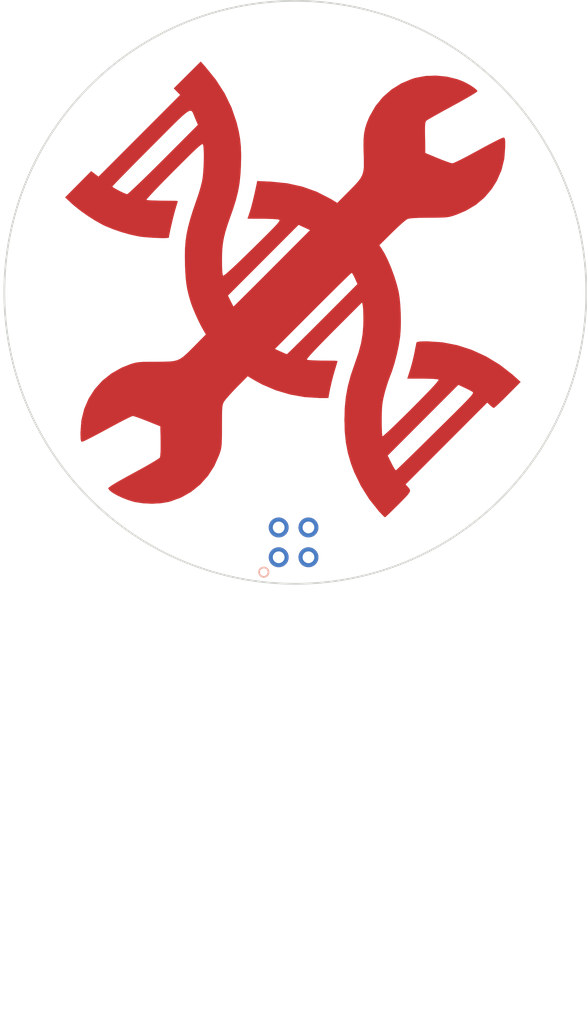
<source format=kicad_pcb>
(kicad_pcb (version 4) (host pcbnew 4.0.6+dfsg1-1)

  (general
    (links 0)
    (no_connects 0)
    (area 94.116316 137.286666 171.450001 210.500001)
    (thickness 1.6)
    (drawings 23)
    (tracks 0)
    (zones 0)
    (modules 3)
    (nets 5)
  )

  (page A4)
  (layers
    (0 F.Cu signal)
    (31 B.Cu signal)
    (32 B.Adhes user)
    (33 F.Adhes user)
    (34 B.Paste user)
    (35 F.Paste user)
    (36 B.SilkS user)
    (37 F.SilkS user)
    (38 B.Mask user)
    (39 F.Mask user)
    (40 Dwgs.User user hide)
    (41 Cmts.User user hide)
    (42 Eco1.User user hide)
    (43 Eco2.User user hide)
    (44 Edge.Cuts user)
    (45 Margin user hide)
    (46 B.CrtYd user hide)
    (47 F.CrtYd user hide)
    (48 B.Fab user hide)
    (49 F.Fab user hide)
  )

  (setup
    (last_trace_width 0.15)
    (user_trace_width 0.6)
    (user_trace_width 2)
    (user_trace_width 2.54)
    (trace_clearance 0.2)
    (zone_clearance 0.508)
    (zone_45_only no)
    (trace_min 0.15)
    (segment_width 0.2)
    (edge_width 0.15)
    (via_size 0.6)
    (via_drill 0.33)
    (via_min_size 0.4)
    (via_min_drill 0.3)
    (uvia_size 0.3)
    (uvia_drill 0.1)
    (uvias_allowed no)
    (uvia_min_size 0.2)
    (uvia_min_drill 0.1)
    (pcb_text_width 0.3)
    (pcb_text_size 1.5 1.5)
    (mod_edge_width 0.15)
    (mod_text_size 1 1)
    (mod_text_width 0.15)
    (pad_size 1.7 1.7)
    (pad_drill 1)
    (pad_to_mask_clearance 0.2)
    (aux_axis_origin 0 0)
    (visible_elements FFFCCE7F)
    (pcbplotparams
      (layerselection 0x010fc_80000001)
      (usegerberextensions true)
      (excludeedgelayer true)
      (linewidth 0.100000)
      (plotframeref false)
      (viasonmask false)
      (mode 1)
      (useauxorigin false)
      (hpglpennumber 1)
      (hpglpenspeed 20)
      (hpglpendiameter 15)
      (hpglpenoverlay 2)
      (psnegative false)
      (psa4output false)
      (plotreference true)
      (plotvalue true)
      (plotinvisibletext false)
      (padsonsilk false)
      (subtractmaskfromsilk false)
      (outputformat 1)
      (mirror false)
      (drillshape 0)
      (scaleselection 1)
      (outputdirectory output/))
  )

  (net 0 "")
  (net 1 +3V3)
  (net 2 GND)
  (net 3 SDA)
  (net 4 SCL)

  (net_class Default "This is the default net class."
    (clearance 0.2)
    (trace_width 0.15)
    (via_dia 0.6)
    (via_drill 0.33)
    (uvia_dia 0.3)
    (uvia_drill 0.1)
    (add_net +3V3)
    (add_net GND)
    (add_net SCL)
    (add_net SDA)
  )

  (module badgelife_dev_board:wrench-neg-mask (layer F.Cu) (tedit 0) (tstamp 5B655F48)
    (at 145.45 157.6)
    (fp_text reference G*** (at 0 0) (layer F.SilkS) hide
      (effects (font (thickness 0.3)))
    )
    (fp_text value LOGO (at 0.75 0) (layer F.SilkS) hide
      (effects (font (thickness 0.3)))
    )
    (fp_poly (pts (xy -6.042095 -19.685) (xy -5.132068 -18.562609) (xy -4.385085 -17.401601) (xy -3.798158 -16.196638)
      (xy -3.368301 -14.94238) (xy -3.34942 -14.872846) (xy -3.179694 -14.17359) (xy -3.064151 -13.522668)
      (xy -2.997382 -12.866647) (xy -2.973979 -12.152095) (xy -2.988534 -11.32558) (xy -2.98901 -11.312162)
      (xy -3.03451 -10.481413) (xy -3.114164 -9.741602) (xy -3.238335 -9.041243) (xy -3.417387 -8.328848)
      (xy -3.661685 -7.552933) (xy -3.857413 -6.998275) (xy -4.113 -6.272071) (xy -4.305575 -5.657866)
      (xy -4.443315 -5.114012) (xy -4.534394 -4.598863) (xy -4.586989 -4.070774) (xy -4.609275 -3.488099)
      (xy -4.611603 -3.156371) (xy -4.605167 -2.664255) (xy -4.587518 -2.269675) (xy -4.560269 -1.996055)
      (xy -4.525031 -1.866816) (xy -4.522686 -1.864152) (xy -4.449609 -1.88689) (xy -4.281504 -2.011125)
      (xy -4.014526 -2.240357) (xy -3.644833 -2.578085) (xy -3.168578 -3.027808) (xy -2.58192 -3.593027)
      (xy -1.998887 -4.161688) (xy -1.387091 -4.762173) (xy -0.887409 -5.255894) (xy -0.489982 -5.653542)
      (xy -0.184949 -5.965811) (xy 0.037549 -6.203391) (xy 0.187372 -6.376977) (xy 0.274381 -6.497259)
      (xy 0.308434 -6.574929) (xy 0.299393 -6.620681) (xy 0.281827 -6.634909) (xy 0.142368 -6.666795)
      (xy -0.134564 -6.693258) (xy -0.517143 -6.712341) (xy -0.973544 -6.722087) (xy -1.14986 -6.722934)
      (xy -2.42672 -6.72353) (xy -2.239821 -7.277598) (xy -2.117293 -7.683749) (xy -1.97639 -8.224156)
      (xy -1.825183 -8.865819) (xy -1.671742 -9.57574) (xy -1.640506 -9.727877) (xy -1.599228 -9.930755)
      (xy -0.439781 -9.878715) (xy 0.947852 -9.73956) (xy 2.257856 -9.450207) (xy 3.489814 -9.010779)
      (xy 4.643309 -8.421398) (xy 4.711075 -8.380625) (xy 5.231151 -8.064894) (xy 6.210556 -9.048947)
      (xy 6.644813 -9.489515) (xy 6.972778 -9.845767) (xy 7.208364 -10.152653) (xy 7.365483 -10.445123)
      (xy 7.45805 -10.758127) (xy 7.499977 -11.126614) (xy 7.505177 -11.585536) (xy 7.487563 -12.169842)
      (xy 7.484602 -12.249381) (xy 7.467504 -12.950189) (xy 7.478509 -13.522151) (xy 7.523791 -14.004326)
      (xy 7.609525 -14.435777) (xy 7.741884 -14.855563) (xy 7.927042 -15.302746) (xy 7.98833 -15.436347)
      (xy 8.485001 -16.306475) (xy 9.110113 -17.07249) (xy 9.850814 -17.723599) (xy 10.694249 -18.249012)
      (xy 11.627565 -18.637937) (xy 11.899482 -18.719863) (xy 12.75753 -18.880204) (xy 13.671656 -18.912384)
      (xy 14.591677 -18.820066) (xy 15.467412 -18.606914) (xy 15.94639 -18.424463) (xy 16.297322 -18.252516)
      (xy 16.630291 -18.06026) (xy 16.911866 -17.870347) (xy 17.108617 -17.70543) (xy 17.187111 -17.58816)
      (xy 17.187333 -17.583634) (xy 17.115635 -17.518134) (xy 16.913167 -17.384665) (xy 16.598873 -17.194381)
      (xy 16.191691 -16.958437) (xy 15.710564 -16.687989) (xy 15.174433 -16.39419) (xy 15.091833 -16.349548)
      (xy 14.540393 -16.050296) (xy 14.032523 -15.771361) (xy 13.588945 -15.524389) (xy 13.230383 -15.321024)
      (xy 12.977559 -15.172913) (xy 12.851195 -15.091699) (xy 12.846092 -15.087514) (xy 12.788795 -15.021023)
      (xy 12.749108 -14.92062) (xy 12.724661 -14.759255) (xy 12.713085 -14.509873) (xy 12.712011 -14.145423)
      (xy 12.719069 -13.638851) (xy 12.719092 -13.637519) (xy 12.742333 -12.319037) (xy 13.800666 -11.881185)
      (xy 14.207036 -11.718193) (xy 14.570944 -11.58168) (xy 14.85703 -11.484249) (xy 15.029934 -11.438504)
      (xy 15.047791 -11.436667) (xy 15.170045 -11.474628) (xy 15.41835 -11.585033) (xy 15.771263 -11.757144)
      (xy 16.207339 -11.980226) (xy 16.705133 -12.243542) (xy 17.232885 -12.530667) (xy 17.769056 -12.823019)
      (xy 18.263042 -13.086172) (xy 18.693697 -13.309352) (xy 19.039872 -13.481786) (xy 19.280419 -13.592702)
      (xy 19.393594 -13.631333) (xy 19.471611 -13.617495) (xy 19.520182 -13.554634) (xy 19.546177 -13.410729)
      (xy 19.556462 -13.15376) (xy 19.558 -12.86488) (xy 19.480281 -11.8393) (xy 19.245658 -10.875629)
      (xy 18.851926 -9.966919) (xy 18.418135 -9.270974) (xy 17.790617 -8.52855) (xy 17.051609 -7.907125)
      (xy 16.193677 -7.401249) (xy 15.431449 -7.081334) (xy 15.167901 -6.988977) (xy 14.947042 -6.920936)
      (xy 14.735733 -6.873406) (xy 14.500832 -6.842586) (xy 14.209199 -6.82467) (xy 13.827693 -6.815855)
      (xy 13.323174 -6.812339) (xy 13.081 -6.811567) (xy 12.384687 -6.803774) (xy 11.851299 -6.784631)
      (xy 11.474785 -6.753776) (xy 11.249092 -6.710847) (xy 11.22038 -6.700301) (xy 11.079102 -6.607013)
      (xy 10.84417 -6.414714) (xy 10.540447 -6.145339) (xy 10.192795 -5.82082) (xy 9.890592 -5.527183)
      (xy 8.812758 -4.460713) (xy 8.970541 -4.239127) (xy 9.250806 -3.783863) (xy 9.541372 -3.202926)
      (xy 9.825638 -2.537824) (xy 10.086999 -1.830068) (xy 10.308856 -1.121166) (xy 10.462862 -0.508)
      (xy 10.544139 -0.008885) (xy 10.604174 0.608062) (xy 10.641352 1.29248) (xy 10.654059 1.99401)
      (xy 10.640678 2.662292) (xy 10.599595 3.246964) (xy 10.586866 3.357867) (xy 10.473863 4.066948)
      (xy 10.310319 4.830105) (xy 10.111637 5.586995) (xy 9.893216 6.277274) (xy 9.736765 6.688667)
      (xy 9.597427 7.058649) (xy 9.445598 7.518988) (xy 9.305344 7.994698) (xy 9.247638 8.212667)
      (xy 9.157018 8.594331) (xy 9.094035 8.930132) (xy 9.053768 9.268013) (xy 9.031296 9.655914)
      (xy 9.021696 10.141779) (xy 9.020205 10.428117) (xy 9.023171 10.886866) (xy 9.033449 11.285592)
      (xy 9.049647 11.593711) (xy 9.070368 11.780635) (xy 9.083749 11.821311) (xy 9.156045 11.778084)
      (xy 9.334371 11.626698) (xy 9.605737 11.379439) (xy 9.957147 11.048595) (xy 10.375611 10.646451)
      (xy 10.848134 10.185293) (xy 11.361724 9.677409) (xy 11.558411 9.481256) (xy 12.237622 8.798643)
      (xy 12.796008 8.229238) (xy 13.236138 7.770283) (xy 13.560577 7.41902) (xy 13.771892 7.17269)
      (xy 13.872652 7.028534) (xy 13.879261 6.987395) (xy 13.76147 6.953529) (xy 13.497199 6.926821)
      (xy 13.109204 6.908707) (xy 12.620244 6.900623) (xy 12.499859 6.900333) (xy 11.207519 6.900333)
      (xy 11.440038 6.177287) (xy 11.572143 5.726849) (xy 11.703819 5.212903) (xy 11.808644 4.739271)
      (xy 11.81711 4.695621) (xy 11.884224 4.347622) (xy 11.94158 4.057901) (xy 11.980389 3.870529)
      (xy 11.989508 3.831167) (xy 12.061326 3.778894) (xy 12.255601 3.745304) (xy 12.589727 3.72837)
      (xy 12.897918 3.725333) (xy 14.187431 3.808934) (xy 15.466278 4.055608) (xy 16.719037 4.45916)
      (xy 17.930284 5.013398) (xy 19.084597 5.712127) (xy 20.166552 6.549154) (xy 20.362333 6.723005)
      (xy 20.870333 7.184034) (xy 19.770888 8.291017) (xy 19.417982 8.6421) (xy 19.103149 8.947299)
      (xy 18.846616 9.187648) (xy 18.668614 9.344182) (xy 18.590187 9.398) (xy 18.481779 9.344078)
      (xy 18.314394 9.21029) (xy 18.268811 9.167949) (xy 18.02869 8.937899) (xy 11.055732 15.910857)
      (xy 11.23027 16.104595) (xy 11.348379 16.24041) (xy 11.419669 16.356056) (xy 11.433119 16.472859)
      (xy 11.377706 16.612146) (xy 11.242408 16.795243) (xy 11.016204 17.043476) (xy 10.688071 17.378171)
      (xy 10.447102 17.619918) (xy 10.097122 17.967636) (xy 9.78741 18.269589) (xy 9.537903 18.506804)
      (xy 9.368538 18.660312) (xy 9.300151 18.711333) (xy 9.220767 18.652596) (xy 9.059631 18.496094)
      (xy 8.846619 18.271392) (xy 8.765393 18.182167) (xy 7.952393 17.16294) (xy 7.244923 16.036753)
      (xy 6.667237 14.845197) (xy 6.391125 14.110558) (xy 6.2023 13.458718) (xy 9.528577 13.458718)
      (xy 9.84669 14.101614) (xy 9.998513 14.389844) (xy 10.129173 14.604293) (xy 10.217503 14.711452)
      (xy 10.235524 14.717088) (xy 10.307435 14.654125) (xy 10.488613 14.48299) (xy 10.767894 14.214549)
      (xy 11.134114 13.859665) (xy 11.576106 13.429203) (xy 12.082707 12.934028) (xy 12.64275 12.385005)
      (xy 13.245072 11.792998) (xy 13.627826 11.416051) (xy 14.344136 10.709886) (xy 14.948616 10.112928)
      (xy 15.450084 9.615564) (xy 15.85736 9.208185) (xy 16.179263 8.881181) (xy 16.424614 8.62494)
      (xy 16.60223 8.429852) (xy 16.720932 8.286306) (xy 16.789539 8.184692) (xy 16.81687 8.1154)
      (xy 16.811744 8.068818) (xy 16.782981 8.035336) (xy 16.75087 8.012823) (xy 16.567638 7.908331)
      (xy 16.295286 7.769758) (xy 16.055339 7.65608) (xy 15.558345 7.42895) (xy 9.528577 13.458718)
      (xy 6.2023 13.458718) (xy 6.138061 13.236962) (xy 5.967365 12.356503) (xy 5.871445 11.418004)
      (xy 5.842662 10.414) (xy 5.871015 9.402284) (xy 5.962664 8.472096) (xy 6.127449 7.57078)
      (xy 6.37521 6.645681) (xy 6.715785 5.644142) (xy 6.752368 5.545667) (xy 7.052152 4.673106)
      (xy 7.261946 3.883364) (xy 7.392386 3.123067) (xy 7.454106 2.338842) (xy 7.462147 1.983282)
      (xy 7.460436 1.555132) (xy 7.449404 1.16329) (xy 7.430909 0.853403) (xy 7.409079 0.68073)
      (xy 7.347544 0.400561) (xy 4.94561 2.801386) (xy 4.278251 3.47252) (xy 3.719954 4.042688)
      (xy 3.273298 4.509129) (xy 2.940862 4.86908) (xy 2.725226 5.119779) (xy 2.628969 5.258466)
      (xy 2.626248 5.284782) (xy 2.737416 5.314457) (xy 2.987767 5.339185) (xy 3.347183 5.35713)
      (xy 3.785543 5.366451) (xy 3.979076 5.367353) (xy 4.421094 5.369463) (xy 4.796219 5.375277)
      (xy 5.075188 5.38402) (xy 5.228736 5.39492) (xy 5.249333 5.400943) (xy 5.22616 5.490936)
      (xy 5.163672 5.706784) (xy 5.07242 6.012517) (xy 4.999718 6.252099) (xy 4.868412 6.713071)
      (xy 4.738254 7.221591) (xy 4.631919 7.687652) (xy 4.607132 7.8105) (xy 4.46416 8.551333)
      (xy 3.719873 8.551333) (xy 2.456746 8.474326) (xy 1.195071 8.249533) (xy -0.030457 7.886295)
      (xy -1.185139 7.393953) (xy -1.778 7.07119) (xy -2.413 6.695238) (xy -3.352461 7.644608)
      (xy -3.690327 7.994451) (xy -3.996269 8.326794) (xy -4.244734 8.612725) (xy -4.410172 8.823326)
      (xy -4.453128 8.890156) (xy -4.507683 9.00578) (xy -4.54849 9.141269) (xy -4.577506 9.321716)
      (xy -4.596685 9.572219) (xy -4.607984 9.917873) (xy -4.613357 10.383774) (xy -4.614756 10.964333)
      (xy -4.615686 11.560313) (xy -4.620095 12.016833) (xy -4.630892 12.363766) (xy -4.650987 12.630983)
      (xy -4.68329 12.848357) (xy -4.73071 13.045761) (xy -4.796156 13.253067) (xy -4.853824 13.418854)
      (xy -5.268054 14.353393) (xy -5.812121 15.19365) (xy -6.472611 15.927278) (xy -7.236106 16.541927)
      (xy -8.08919 17.025249) (xy -9.018449 17.364896) (xy -9.188673 17.408829) (xy -9.843507 17.517037)
      (xy -10.576025 17.554764) (xy -11.317053 17.522935) (xy -11.997421 17.422477) (xy -12.219365 17.368256)
      (xy -12.687919 17.218317) (xy -13.144822 17.036638) (xy -13.562128 16.838261) (xy -13.911888 16.638229)
      (xy -14.166155 16.451586) (xy -14.296981 16.293375) (xy -14.308516 16.243754) (xy -14.242824 16.162297)
      (xy -14.04297 16.018442) (xy -13.704955 15.809786) (xy -13.224779 15.533923) (xy -12.598443 15.188451)
      (xy -12.149003 14.94578) (xy -11.592083 14.643118) (xy -11.082452 14.358786) (xy -10.639821 14.104369)
      (xy -10.283904 13.891451) (xy -10.034412 13.731618) (xy -9.911057 13.636454) (xy -9.903065 13.625849)
      (xy -9.870968 13.477516) (xy -9.848739 13.187934) (xy -9.837618 12.784966) (xy -9.838846 12.296476)
      (xy -9.84023 12.214489) (xy -9.863667 10.964333) (xy -10.964334 10.524116) (xy -11.375268 10.363621)
      (xy -11.739136 10.228678) (xy -12.022647 10.131112) (xy -12.192506 10.082749) (xy -12.215733 10.079616)
      (xy -12.327605 10.117875) (xy -12.566469 10.227926) (xy -12.911389 10.39915) (xy -13.34143 10.620928)
      (xy -13.835656 10.882643) (xy -14.373131 11.173676) (xy -14.377377 11.176) (xy -14.914855 11.467337)
      (xy -15.408918 11.729724) (xy -15.838688 11.952507) (xy -16.183288 12.125028) (xy -16.421841 12.236633)
      (xy -16.53347 12.276664) (xy -16.533812 12.276667) (xy -16.601029 12.25796) (xy -16.643928 12.181815)
      (xy -16.667753 12.018199) (xy -16.677751 11.737074) (xy -16.679334 11.443543) (xy -16.598742 10.438785)
      (xy -16.363022 9.487759) (xy -15.981254 8.602855) (xy -15.462518 7.796467) (xy -14.815895 7.080986)
      (xy -14.050466 6.468803) (xy -13.175312 5.97231) (xy -12.46011 5.685904) (xy -12.220283 5.608839)
      (xy -12.004567 5.552257) (xy -11.780221 5.512944) (xy -11.514503 5.487683) (xy -11.174671 5.473259)
      (xy -10.727984 5.466458) (xy -10.202334 5.464185) (xy -9.58786 5.461795) (xy -9.1087 5.448184)
      (xy -8.730859 5.409261) (xy -8.420341 5.330935) (xy -8.143152 5.199114) (xy -7.865295 4.999708)
      (xy -7.552777 4.718624) (xy -7.203165 4.372979) (xy -0.096496 4.372979) (xy 0.396252 4.597869)
      (xy 0.657011 4.714287) (xy 0.851157 4.796132) (xy 0.93178 4.824379) (xy 0.998222 4.766623)
      (xy 1.172656 4.600277) (xy 1.443555 4.336706) (xy 1.799388 3.987271) (xy 2.228628 3.563336)
      (xy 2.719747 3.076265) (xy 3.261216 2.53742) (xy 3.841505 1.958164) (xy 3.964228 1.835443)
      (xy 6.953895 -1.155115) (xy 6.741273 -1.635891) (xy 6.620055 -1.887002) (xy 6.516643 -2.06098)
      (xy 6.46008 -2.116667) (xy 6.388976 -2.058471) (xy 6.209589 -1.89117) (xy 5.933074 -1.625691)
      (xy 5.570588 -1.272962) (xy 5.133286 -0.843911) (xy 4.632324 -0.349465) (xy 4.078859 0.199448)
      (xy 3.484046 0.7919) (xy 3.147506 1.128156) (xy -0.096496 4.372979) (xy -7.203165 4.372979)
      (xy -7.171601 4.341774) (xy -6.946047 4.114447) (xy -5.97576 3.136675) (xy -6.168882 2.817171)
      (xy -6.392711 2.414437) (xy -6.63943 1.918442) (xy -6.882985 1.386491) (xy -7.097322 0.875892)
      (xy -7.256384 0.443951) (xy -7.276508 0.381) (xy -7.437852 -0.169679) (xy -7.438869 -0.17387)
      (xy -4.101501 -0.17387) (xy -3.872004 0.294065) (xy -3.748725 0.538617) (xy -3.656974 0.707963)
      (xy -3.620008 0.762) (xy -3.557685 0.703892) (xy -3.386687 0.536822) (xy -3.11797 0.271674)
      (xy -2.762488 -0.08067) (xy -2.331197 -0.509328) (xy -1.835051 -1.003418) (xy -1.285006 -1.552055)
      (xy -0.692016 -2.144359) (xy -0.341971 -2.494362) (xy 2.913567 -5.750724) (xy 2.420289 -5.976554)
      (xy 1.927012 -6.202383) (xy -4.101501 -0.17387) (xy -7.438869 -0.17387) (xy -7.557649 -0.663036)
      (xy -7.643234 -1.147135) (xy -7.701946 -1.670038) (xy -7.74112 -2.279809) (xy -7.761167 -2.794)
      (xy -7.774638 -3.520299) (xy -7.761388 -4.172267) (xy -7.715617 -4.781223) (xy -7.631526 -5.378484)
      (xy -7.503315 -5.995371) (xy -7.325185 -6.663199) (xy -7.091337 -7.413289) (xy -6.795972 -8.276959)
      (xy -6.691218 -8.572073) (xy -6.548889 -9.004885) (xy -6.412474 -9.477889) (xy -6.307657 -9.900924)
      (xy -6.293258 -9.969073) (xy -6.243586 -10.293561) (xy -6.204149 -10.706289) (xy -6.175659 -11.171605)
      (xy -6.158824 -11.653859) (xy -6.154356 -12.117402) (xy -6.162964 -12.526583) (xy -6.185359 -12.845751)
      (xy -6.22225 -13.039257) (xy -6.231687 -13.060202) (xy -6.268148 -13.080823) (xy -6.339583 -13.05624)
      (xy -6.456359 -12.977018) (xy -6.628842 -12.833724) (xy -6.867399 -12.616925) (xy -7.182396 -12.317185)
      (xy -7.584199 -11.925072) (xy -8.083175 -11.431151) (xy -8.68969 -10.825989) (xy -8.719219 -10.796449)
      (xy -9.24127 -10.271079) (xy -9.721229 -9.782113) (xy -10.146797 -9.34253) (xy -10.505675 -8.965309)
      (xy -10.785562 -8.663428) (xy -10.974158 -8.449868) (xy -11.059164 -8.337606) (xy -11.061928 -8.324372)
      (xy -10.959093 -8.302085) (xy -10.717686 -8.282817) (xy -10.368461 -8.268062) (xy -9.942171 -8.259319)
      (xy -9.689931 -8.257622) (xy -9.240992 -8.254885) (xy -8.85852 -8.249049) (xy -8.571357 -8.240835)
      (xy -8.408343 -8.230964) (xy -8.382031 -8.224911) (xy -8.404968 -8.135818) (xy -8.466173 -7.924169)
      (xy -8.554188 -7.629275) (xy -8.591769 -7.505244) (xy -8.668797 -7.23156) (xy -8.761178 -6.872706)
      (xy -8.859965 -6.467437) (xy -8.956211 -6.054511) (xy -9.040969 -5.672683) (xy -9.105293 -5.360711)
      (xy -9.140236 -5.157351) (xy -9.144001 -5.113013) (xy -9.222716 -5.087009) (xy -9.436373 -5.074555)
      (xy -9.751233 -5.074312) (xy -10.133559 -5.084945) (xy -10.549615 -5.105115) (xy -10.965663 -5.133485)
      (xy -11.347966 -5.168716) (xy -11.662788 -5.209472) (xy -11.690248 -5.213966) (xy -12.39477 -5.362854)
      (xy -13.154729 -5.575494) (xy -13.903592 -5.830505) (xy -14.574825 -6.106506) (xy -14.793046 -6.211105)
      (xy -15.391255 -6.54209) (xy -16.029769 -6.945994) (xy -16.652427 -7.384269) (xy -17.203069 -7.818367)
      (xy -17.44166 -8.029058) (xy -17.991667 -8.539853) (xy -17.072857 -9.463075) (xy -13.97 -9.463075)
      (xy -13.899837 -9.39554) (xy -13.718553 -9.282201) (xy -13.469958 -9.145595) (xy -13.197861 -9.00826)
      (xy -12.946071 -8.892732) (xy -12.758397 -8.821551) (xy -12.699547 -8.809498) (xy -12.61617 -8.866917)
      (xy -12.425648 -9.033215) (xy -12.139958 -9.296923) (xy -11.771077 -9.646572) (xy -11.330982 -10.070691)
      (xy -10.83165 -10.557811) (xy -10.285059 -11.096464) (xy -9.703184 -11.675179) (xy -9.615289 -11.763044)
      (xy -6.658484 -14.720754) (xy -6.88851 -15.255544) (xy -6.972149 -15.462351) (xy -7.041085 -15.63931)
      (xy -7.105614 -15.779804) (xy -7.176031 -15.877215) (xy -7.262633 -15.924926) (xy -7.375716 -15.916318)
      (xy -7.525576 -15.844774) (xy -7.722509 -15.703677) (xy -7.97681 -15.486408) (xy -8.298776 -15.18635)
      (xy -8.698702 -14.796886) (xy -9.186885 -14.311398) (xy -9.773621 -13.723268) (xy -10.469206 -13.025878)
      (xy -10.669934 -12.825067) (xy -11.286716 -12.207331) (xy -11.865997 -11.62501) (xy -12.396947 -11.08914)
      (xy -12.868734 -10.610755) (xy -13.270524 -10.20089) (xy -13.591486 -9.870582) (xy -13.820789 -9.630865)
      (xy -13.9476 -9.492775) (xy -13.97 -9.463075) (xy -17.072857 -9.463075) (xy -16.879171 -9.65769)
      (xy -15.766674 -10.775528) (xy -15.45477 -10.537626) (xy -15.142865 -10.299725) (xy -8.175089 -17.267501)
      (xy -8.446472 -17.547497) (xy -8.717854 -17.827493) (xy -6.422394 -20.108333) (xy -6.042095 -19.685)) (layer F.Mask) (width 0.01))
  )

  (module mrmeeseeks:Badgelife-Shitty-2x2 (layer B.Cu) (tedit 5B64DA9E) (tstamp 5AC7B485)
    (at 146.95 178.45)
    (descr "Through hole angled pin header, 2x02, 2.54mm pitch, 6mm pin length, double rows")
    (tags "Through hole angled pin header THT 2x02 2.54mm double row")
    (path /5AC7B4BF)
    (fp_text reference X1 (at 0 0) (layer B.Fab)
      (effects (font (size 1 1) (thickness 0.15)) (justify mirror))
    )
    (fp_text value Badgelife_shitty_connector (at 0 -4.2) (layer B.Fab)
      (effects (font (size 1 1) (thickness 0.15)) (justify mirror))
    )
    (fp_line (start -25 -9) (end 25 -9) (layer B.Fab) (width 0.1))
    (fp_circle (center -2.54 2.54) (end -2.14 2.54) (layer B.SilkS) (width 0.15))
    (fp_line (start -25 41) (end -25 -9) (layer B.Fab) (width 0.1))
    (fp_line (start 25 41) (end 25 -9) (layer B.Fab) (width 0.1))
    (fp_line (start -25 41) (end 25 41) (layer B.Fab) (width 0.1))
    (pad 4 thru_hole circle (at 1.27 1.27) (size 1.7 1.7) (drill 1) (layers *.Cu *.Mask)
      (net 3 SDA))
    (pad 3 thru_hole oval (at 1.27 -1.27) (size 1.7 1.7) (drill 1) (layers *.Cu *.Mask)
      (net 4 SCL))
    (pad 1 thru_hole oval (at -1.27 1.27) (size 1.7 1.7) (drill 1) (layers *.Cu *.Mask)
      (net 1 +3V3))
    (pad 2 thru_hole oval (at -1.27 -1.27) (size 1.7 1.7) (drill 1) (layers *.Cu *.Mask)
      (net 2 GND))
  )

  (module badgelife_dev_board:wrench-neg (layer F.Cu) (tedit 0) (tstamp 5B655D7E)
    (at 145.45 157.6)
    (fp_text reference G*** (at 0 0) (layer F.SilkS) hide
      (effects (font (thickness 0.3)))
    )
    (fp_text value LOGO (at 0.75 0) (layer F.SilkS) hide
      (effects (font (thickness 0.3)))
    )
    (fp_poly (pts (xy -6.042095 -19.685) (xy -5.132068 -18.562609) (xy -4.385085 -17.401601) (xy -3.798158 -16.196638)
      (xy -3.368301 -14.94238) (xy -3.34942 -14.872846) (xy -3.179694 -14.17359) (xy -3.064151 -13.522668)
      (xy -2.997382 -12.866647) (xy -2.973979 -12.152095) (xy -2.988534 -11.32558) (xy -2.98901 -11.312162)
      (xy -3.03451 -10.481413) (xy -3.114164 -9.741602) (xy -3.238335 -9.041243) (xy -3.417387 -8.328848)
      (xy -3.661685 -7.552933) (xy -3.857413 -6.998275) (xy -4.113 -6.272071) (xy -4.305575 -5.657866)
      (xy -4.443315 -5.114012) (xy -4.534394 -4.598863) (xy -4.586989 -4.070774) (xy -4.609275 -3.488099)
      (xy -4.611603 -3.156371) (xy -4.605167 -2.664255) (xy -4.587518 -2.269675) (xy -4.560269 -1.996055)
      (xy -4.525031 -1.866816) (xy -4.522686 -1.864152) (xy -4.449609 -1.88689) (xy -4.281504 -2.011125)
      (xy -4.014526 -2.240357) (xy -3.644833 -2.578085) (xy -3.168578 -3.027808) (xy -2.58192 -3.593027)
      (xy -1.998887 -4.161688) (xy -1.387091 -4.762173) (xy -0.887409 -5.255894) (xy -0.489982 -5.653542)
      (xy -0.184949 -5.965811) (xy 0.037549 -6.203391) (xy 0.187372 -6.376977) (xy 0.274381 -6.497259)
      (xy 0.308434 -6.574929) (xy 0.299393 -6.620681) (xy 0.281827 -6.634909) (xy 0.142368 -6.666795)
      (xy -0.134564 -6.693258) (xy -0.517143 -6.712341) (xy -0.973544 -6.722087) (xy -1.14986 -6.722934)
      (xy -2.42672 -6.72353) (xy -2.239821 -7.277598) (xy -2.117293 -7.683749) (xy -1.97639 -8.224156)
      (xy -1.825183 -8.865819) (xy -1.671742 -9.57574) (xy -1.640506 -9.727877) (xy -1.599228 -9.930755)
      (xy -0.439781 -9.878715) (xy 0.947852 -9.73956) (xy 2.257856 -9.450207) (xy 3.489814 -9.010779)
      (xy 4.643309 -8.421398) (xy 4.711075 -8.380625) (xy 5.231151 -8.064894) (xy 6.210556 -9.048947)
      (xy 6.644813 -9.489515) (xy 6.972778 -9.845767) (xy 7.208364 -10.152653) (xy 7.365483 -10.445123)
      (xy 7.45805 -10.758127) (xy 7.499977 -11.126614) (xy 7.505177 -11.585536) (xy 7.487563 -12.169842)
      (xy 7.484602 -12.249381) (xy 7.467504 -12.950189) (xy 7.478509 -13.522151) (xy 7.523791 -14.004326)
      (xy 7.609525 -14.435777) (xy 7.741884 -14.855563) (xy 7.927042 -15.302746) (xy 7.98833 -15.436347)
      (xy 8.485001 -16.306475) (xy 9.110113 -17.07249) (xy 9.850814 -17.723599) (xy 10.694249 -18.249012)
      (xy 11.627565 -18.637937) (xy 11.899482 -18.719863) (xy 12.75753 -18.880204) (xy 13.671656 -18.912384)
      (xy 14.591677 -18.820066) (xy 15.467412 -18.606914) (xy 15.94639 -18.424463) (xy 16.297322 -18.252516)
      (xy 16.630291 -18.06026) (xy 16.911866 -17.870347) (xy 17.108617 -17.70543) (xy 17.187111 -17.58816)
      (xy 17.187333 -17.583634) (xy 17.115635 -17.518134) (xy 16.913167 -17.384665) (xy 16.598873 -17.194381)
      (xy 16.191691 -16.958437) (xy 15.710564 -16.687989) (xy 15.174433 -16.39419) (xy 15.091833 -16.349548)
      (xy 14.540393 -16.050296) (xy 14.032523 -15.771361) (xy 13.588945 -15.524389) (xy 13.230383 -15.321024)
      (xy 12.977559 -15.172913) (xy 12.851195 -15.091699) (xy 12.846092 -15.087514) (xy 12.788795 -15.021023)
      (xy 12.749108 -14.92062) (xy 12.724661 -14.759255) (xy 12.713085 -14.509873) (xy 12.712011 -14.145423)
      (xy 12.719069 -13.638851) (xy 12.719092 -13.637519) (xy 12.742333 -12.319037) (xy 13.800666 -11.881185)
      (xy 14.207036 -11.718193) (xy 14.570944 -11.58168) (xy 14.85703 -11.484249) (xy 15.029934 -11.438504)
      (xy 15.047791 -11.436667) (xy 15.170045 -11.474628) (xy 15.41835 -11.585033) (xy 15.771263 -11.757144)
      (xy 16.207339 -11.980226) (xy 16.705133 -12.243542) (xy 17.232885 -12.530667) (xy 17.769056 -12.823019)
      (xy 18.263042 -13.086172) (xy 18.693697 -13.309352) (xy 19.039872 -13.481786) (xy 19.280419 -13.592702)
      (xy 19.393594 -13.631333) (xy 19.471611 -13.617495) (xy 19.520182 -13.554634) (xy 19.546177 -13.410729)
      (xy 19.556462 -13.15376) (xy 19.558 -12.86488) (xy 19.480281 -11.8393) (xy 19.245658 -10.875629)
      (xy 18.851926 -9.966919) (xy 18.418135 -9.270974) (xy 17.790617 -8.52855) (xy 17.051609 -7.907125)
      (xy 16.193677 -7.401249) (xy 15.431449 -7.081334) (xy 15.167901 -6.988977) (xy 14.947042 -6.920936)
      (xy 14.735733 -6.873406) (xy 14.500832 -6.842586) (xy 14.209199 -6.82467) (xy 13.827693 -6.815855)
      (xy 13.323174 -6.812339) (xy 13.081 -6.811567) (xy 12.384687 -6.803774) (xy 11.851299 -6.784631)
      (xy 11.474785 -6.753776) (xy 11.249092 -6.710847) (xy 11.22038 -6.700301) (xy 11.079102 -6.607013)
      (xy 10.84417 -6.414714) (xy 10.540447 -6.145339) (xy 10.192795 -5.82082) (xy 9.890592 -5.527183)
      (xy 8.812758 -4.460713) (xy 8.970541 -4.239127) (xy 9.250806 -3.783863) (xy 9.541372 -3.202926)
      (xy 9.825638 -2.537824) (xy 10.086999 -1.830068) (xy 10.308856 -1.121166) (xy 10.462862 -0.508)
      (xy 10.544139 -0.008885) (xy 10.604174 0.608062) (xy 10.641352 1.29248) (xy 10.654059 1.99401)
      (xy 10.640678 2.662292) (xy 10.599595 3.246964) (xy 10.586866 3.357867) (xy 10.473863 4.066948)
      (xy 10.310319 4.830105) (xy 10.111637 5.586995) (xy 9.893216 6.277274) (xy 9.736765 6.688667)
      (xy 9.597427 7.058649) (xy 9.445598 7.518988) (xy 9.305344 7.994698) (xy 9.247638 8.212667)
      (xy 9.157018 8.594331) (xy 9.094035 8.930132) (xy 9.053768 9.268013) (xy 9.031296 9.655914)
      (xy 9.021696 10.141779) (xy 9.020205 10.428117) (xy 9.023171 10.886866) (xy 9.033449 11.285592)
      (xy 9.049647 11.593711) (xy 9.070368 11.780635) (xy 9.083749 11.821311) (xy 9.156045 11.778084)
      (xy 9.334371 11.626698) (xy 9.605737 11.379439) (xy 9.957147 11.048595) (xy 10.375611 10.646451)
      (xy 10.848134 10.185293) (xy 11.361724 9.677409) (xy 11.558411 9.481256) (xy 12.237622 8.798643)
      (xy 12.796008 8.229238) (xy 13.236138 7.770283) (xy 13.560577 7.41902) (xy 13.771892 7.17269)
      (xy 13.872652 7.028534) (xy 13.879261 6.987395) (xy 13.76147 6.953529) (xy 13.497199 6.926821)
      (xy 13.109204 6.908707) (xy 12.620244 6.900623) (xy 12.499859 6.900333) (xy 11.207519 6.900333)
      (xy 11.440038 6.177287) (xy 11.572143 5.726849) (xy 11.703819 5.212903) (xy 11.808644 4.739271)
      (xy 11.81711 4.695621) (xy 11.884224 4.347622) (xy 11.94158 4.057901) (xy 11.980389 3.870529)
      (xy 11.989508 3.831167) (xy 12.061326 3.778894) (xy 12.255601 3.745304) (xy 12.589727 3.72837)
      (xy 12.897918 3.725333) (xy 14.187431 3.808934) (xy 15.466278 4.055608) (xy 16.719037 4.45916)
      (xy 17.930284 5.013398) (xy 19.084597 5.712127) (xy 20.166552 6.549154) (xy 20.362333 6.723005)
      (xy 20.870333 7.184034) (xy 19.770888 8.291017) (xy 19.417982 8.6421) (xy 19.103149 8.947299)
      (xy 18.846616 9.187648) (xy 18.668614 9.344182) (xy 18.590187 9.398) (xy 18.481779 9.344078)
      (xy 18.314394 9.21029) (xy 18.268811 9.167949) (xy 18.02869 8.937899) (xy 11.055732 15.910857)
      (xy 11.23027 16.104595) (xy 11.348379 16.24041) (xy 11.419669 16.356056) (xy 11.433119 16.472859)
      (xy 11.377706 16.612146) (xy 11.242408 16.795243) (xy 11.016204 17.043476) (xy 10.688071 17.378171)
      (xy 10.447102 17.619918) (xy 10.097122 17.967636) (xy 9.78741 18.269589) (xy 9.537903 18.506804)
      (xy 9.368538 18.660312) (xy 9.300151 18.711333) (xy 9.220767 18.652596) (xy 9.059631 18.496094)
      (xy 8.846619 18.271392) (xy 8.765393 18.182167) (xy 7.952393 17.16294) (xy 7.244923 16.036753)
      (xy 6.667237 14.845197) (xy 6.391125 14.110558) (xy 6.2023 13.458718) (xy 9.528577 13.458718)
      (xy 9.84669 14.101614) (xy 9.998513 14.389844) (xy 10.129173 14.604293) (xy 10.217503 14.711452)
      (xy 10.235524 14.717088) (xy 10.307435 14.654125) (xy 10.488613 14.48299) (xy 10.767894 14.214549)
      (xy 11.134114 13.859665) (xy 11.576106 13.429203) (xy 12.082707 12.934028) (xy 12.64275 12.385005)
      (xy 13.245072 11.792998) (xy 13.627826 11.416051) (xy 14.344136 10.709886) (xy 14.948616 10.112928)
      (xy 15.450084 9.615564) (xy 15.85736 9.208185) (xy 16.179263 8.881181) (xy 16.424614 8.62494)
      (xy 16.60223 8.429852) (xy 16.720932 8.286306) (xy 16.789539 8.184692) (xy 16.81687 8.1154)
      (xy 16.811744 8.068818) (xy 16.782981 8.035336) (xy 16.75087 8.012823) (xy 16.567638 7.908331)
      (xy 16.295286 7.769758) (xy 16.055339 7.65608) (xy 15.558345 7.42895) (xy 9.528577 13.458718)
      (xy 6.2023 13.458718) (xy 6.138061 13.236962) (xy 5.967365 12.356503) (xy 5.871445 11.418004)
      (xy 5.842662 10.414) (xy 5.871015 9.402284) (xy 5.962664 8.472096) (xy 6.127449 7.57078)
      (xy 6.37521 6.645681) (xy 6.715785 5.644142) (xy 6.752368 5.545667) (xy 7.052152 4.673106)
      (xy 7.261946 3.883364) (xy 7.392386 3.123067) (xy 7.454106 2.338842) (xy 7.462147 1.983282)
      (xy 7.460436 1.555132) (xy 7.449404 1.16329) (xy 7.430909 0.853403) (xy 7.409079 0.68073)
      (xy 7.347544 0.400561) (xy 4.94561 2.801386) (xy 4.278251 3.47252) (xy 3.719954 4.042688)
      (xy 3.273298 4.509129) (xy 2.940862 4.86908) (xy 2.725226 5.119779) (xy 2.628969 5.258466)
      (xy 2.626248 5.284782) (xy 2.737416 5.314457) (xy 2.987767 5.339185) (xy 3.347183 5.35713)
      (xy 3.785543 5.366451) (xy 3.979076 5.367353) (xy 4.421094 5.369463) (xy 4.796219 5.375277)
      (xy 5.075188 5.38402) (xy 5.228736 5.39492) (xy 5.249333 5.400943) (xy 5.22616 5.490936)
      (xy 5.163672 5.706784) (xy 5.07242 6.012517) (xy 4.999718 6.252099) (xy 4.868412 6.713071)
      (xy 4.738254 7.221591) (xy 4.631919 7.687652) (xy 4.607132 7.8105) (xy 4.46416 8.551333)
      (xy 3.719873 8.551333) (xy 2.456746 8.474326) (xy 1.195071 8.249533) (xy -0.030457 7.886295)
      (xy -1.185139 7.393953) (xy -1.778 7.07119) (xy -2.413 6.695238) (xy -3.352461 7.644608)
      (xy -3.690327 7.994451) (xy -3.996269 8.326794) (xy -4.244734 8.612725) (xy -4.410172 8.823326)
      (xy -4.453128 8.890156) (xy -4.507683 9.00578) (xy -4.54849 9.141269) (xy -4.577506 9.321716)
      (xy -4.596685 9.572219) (xy -4.607984 9.917873) (xy -4.613357 10.383774) (xy -4.614756 10.964333)
      (xy -4.615686 11.560313) (xy -4.620095 12.016833) (xy -4.630892 12.363766) (xy -4.650987 12.630983)
      (xy -4.68329 12.848357) (xy -4.73071 13.045761) (xy -4.796156 13.253067) (xy -4.853824 13.418854)
      (xy -5.268054 14.353393) (xy -5.812121 15.19365) (xy -6.472611 15.927278) (xy -7.236106 16.541927)
      (xy -8.08919 17.025249) (xy -9.018449 17.364896) (xy -9.188673 17.408829) (xy -9.843507 17.517037)
      (xy -10.576025 17.554764) (xy -11.317053 17.522935) (xy -11.997421 17.422477) (xy -12.219365 17.368256)
      (xy -12.687919 17.218317) (xy -13.144822 17.036638) (xy -13.562128 16.838261) (xy -13.911888 16.638229)
      (xy -14.166155 16.451586) (xy -14.296981 16.293375) (xy -14.308516 16.243754) (xy -14.242824 16.162297)
      (xy -14.04297 16.018442) (xy -13.704955 15.809786) (xy -13.224779 15.533923) (xy -12.598443 15.188451)
      (xy -12.149003 14.94578) (xy -11.592083 14.643118) (xy -11.082452 14.358786) (xy -10.639821 14.104369)
      (xy -10.283904 13.891451) (xy -10.034412 13.731618) (xy -9.911057 13.636454) (xy -9.903065 13.625849)
      (xy -9.870968 13.477516) (xy -9.848739 13.187934) (xy -9.837618 12.784966) (xy -9.838846 12.296476)
      (xy -9.84023 12.214489) (xy -9.863667 10.964333) (xy -10.964334 10.524116) (xy -11.375268 10.363621)
      (xy -11.739136 10.228678) (xy -12.022647 10.131112) (xy -12.192506 10.082749) (xy -12.215733 10.079616)
      (xy -12.327605 10.117875) (xy -12.566469 10.227926) (xy -12.911389 10.39915) (xy -13.34143 10.620928)
      (xy -13.835656 10.882643) (xy -14.373131 11.173676) (xy -14.377377 11.176) (xy -14.914855 11.467337)
      (xy -15.408918 11.729724) (xy -15.838688 11.952507) (xy -16.183288 12.125028) (xy -16.421841 12.236633)
      (xy -16.53347 12.276664) (xy -16.533812 12.276667) (xy -16.601029 12.25796) (xy -16.643928 12.181815)
      (xy -16.667753 12.018199) (xy -16.677751 11.737074) (xy -16.679334 11.443543) (xy -16.598742 10.438785)
      (xy -16.363022 9.487759) (xy -15.981254 8.602855) (xy -15.462518 7.796467) (xy -14.815895 7.080986)
      (xy -14.050466 6.468803) (xy -13.175312 5.97231) (xy -12.46011 5.685904) (xy -12.220283 5.608839)
      (xy -12.004567 5.552257) (xy -11.780221 5.512944) (xy -11.514503 5.487683) (xy -11.174671 5.473259)
      (xy -10.727984 5.466458) (xy -10.202334 5.464185) (xy -9.58786 5.461795) (xy -9.1087 5.448184)
      (xy -8.730859 5.409261) (xy -8.420341 5.330935) (xy -8.143152 5.199114) (xy -7.865295 4.999708)
      (xy -7.552777 4.718624) (xy -7.203165 4.372979) (xy -0.096496 4.372979) (xy 0.396252 4.597869)
      (xy 0.657011 4.714287) (xy 0.851157 4.796132) (xy 0.93178 4.824379) (xy 0.998222 4.766623)
      (xy 1.172656 4.600277) (xy 1.443555 4.336706) (xy 1.799388 3.987271) (xy 2.228628 3.563336)
      (xy 2.719747 3.076265) (xy 3.261216 2.53742) (xy 3.841505 1.958164) (xy 3.964228 1.835443)
      (xy 6.953895 -1.155115) (xy 6.741273 -1.635891) (xy 6.620055 -1.887002) (xy 6.516643 -2.06098)
      (xy 6.46008 -2.116667) (xy 6.388976 -2.058471) (xy 6.209589 -1.89117) (xy 5.933074 -1.625691)
      (xy 5.570588 -1.272962) (xy 5.133286 -0.843911) (xy 4.632324 -0.349465) (xy 4.078859 0.199448)
      (xy 3.484046 0.7919) (xy 3.147506 1.128156) (xy -0.096496 4.372979) (xy -7.203165 4.372979)
      (xy -7.171601 4.341774) (xy -6.946047 4.114447) (xy -5.97576 3.136675) (xy -6.168882 2.817171)
      (xy -6.392711 2.414437) (xy -6.63943 1.918442) (xy -6.882985 1.386491) (xy -7.097322 0.875892)
      (xy -7.256384 0.443951) (xy -7.276508 0.381) (xy -7.437852 -0.169679) (xy -7.438869 -0.17387)
      (xy -4.101501 -0.17387) (xy -3.872004 0.294065) (xy -3.748725 0.538617) (xy -3.656974 0.707963)
      (xy -3.620008 0.762) (xy -3.557685 0.703892) (xy -3.386687 0.536822) (xy -3.11797 0.271674)
      (xy -2.762488 -0.08067) (xy -2.331197 -0.509328) (xy -1.835051 -1.003418) (xy -1.285006 -1.552055)
      (xy -0.692016 -2.144359) (xy -0.341971 -2.494362) (xy 2.913567 -5.750724) (xy 2.420289 -5.976554)
      (xy 1.927012 -6.202383) (xy -4.101501 -0.17387) (xy -7.438869 -0.17387) (xy -7.557649 -0.663036)
      (xy -7.643234 -1.147135) (xy -7.701946 -1.670038) (xy -7.74112 -2.279809) (xy -7.761167 -2.794)
      (xy -7.774638 -3.520299) (xy -7.761388 -4.172267) (xy -7.715617 -4.781223) (xy -7.631526 -5.378484)
      (xy -7.503315 -5.995371) (xy -7.325185 -6.663199) (xy -7.091337 -7.413289) (xy -6.795972 -8.276959)
      (xy -6.691218 -8.572073) (xy -6.548889 -9.004885) (xy -6.412474 -9.477889) (xy -6.307657 -9.900924)
      (xy -6.293258 -9.969073) (xy -6.243586 -10.293561) (xy -6.204149 -10.706289) (xy -6.175659 -11.171605)
      (xy -6.158824 -11.653859) (xy -6.154356 -12.117402) (xy -6.162964 -12.526583) (xy -6.185359 -12.845751)
      (xy -6.22225 -13.039257) (xy -6.231687 -13.060202) (xy -6.268148 -13.080823) (xy -6.339583 -13.05624)
      (xy -6.456359 -12.977018) (xy -6.628842 -12.833724) (xy -6.867399 -12.616925) (xy -7.182396 -12.317185)
      (xy -7.584199 -11.925072) (xy -8.083175 -11.431151) (xy -8.68969 -10.825989) (xy -8.719219 -10.796449)
      (xy -9.24127 -10.271079) (xy -9.721229 -9.782113) (xy -10.146797 -9.34253) (xy -10.505675 -8.965309)
      (xy -10.785562 -8.663428) (xy -10.974158 -8.449868) (xy -11.059164 -8.337606) (xy -11.061928 -8.324372)
      (xy -10.959093 -8.302085) (xy -10.717686 -8.282817) (xy -10.368461 -8.268062) (xy -9.942171 -8.259319)
      (xy -9.689931 -8.257622) (xy -9.240992 -8.254885) (xy -8.85852 -8.249049) (xy -8.571357 -8.240835)
      (xy -8.408343 -8.230964) (xy -8.382031 -8.224911) (xy -8.404968 -8.135818) (xy -8.466173 -7.924169)
      (xy -8.554188 -7.629275) (xy -8.591769 -7.505244) (xy -8.668797 -7.23156) (xy -8.761178 -6.872706)
      (xy -8.859965 -6.467437) (xy -8.956211 -6.054511) (xy -9.040969 -5.672683) (xy -9.105293 -5.360711)
      (xy -9.140236 -5.157351) (xy -9.144001 -5.113013) (xy -9.222716 -5.087009) (xy -9.436373 -5.074555)
      (xy -9.751233 -5.074312) (xy -10.133559 -5.084945) (xy -10.549615 -5.105115) (xy -10.965663 -5.133485)
      (xy -11.347966 -5.168716) (xy -11.662788 -5.209472) (xy -11.690248 -5.213966) (xy -12.39477 -5.362854)
      (xy -13.154729 -5.575494) (xy -13.903592 -5.830505) (xy -14.574825 -6.106506) (xy -14.793046 -6.211105)
      (xy -15.391255 -6.54209) (xy -16.029769 -6.945994) (xy -16.652427 -7.384269) (xy -17.203069 -7.818367)
      (xy -17.44166 -8.029058) (xy -17.991667 -8.539853) (xy -17.072857 -9.463075) (xy -13.97 -9.463075)
      (xy -13.899837 -9.39554) (xy -13.718553 -9.282201) (xy -13.469958 -9.145595) (xy -13.197861 -9.00826)
      (xy -12.946071 -8.892732) (xy -12.758397 -8.821551) (xy -12.699547 -8.809498) (xy -12.61617 -8.866917)
      (xy -12.425648 -9.033215) (xy -12.139958 -9.296923) (xy -11.771077 -9.646572) (xy -11.330982 -10.070691)
      (xy -10.83165 -10.557811) (xy -10.285059 -11.096464) (xy -9.703184 -11.675179) (xy -9.615289 -11.763044)
      (xy -6.658484 -14.720754) (xy -6.88851 -15.255544) (xy -6.972149 -15.462351) (xy -7.041085 -15.63931)
      (xy -7.105614 -15.779804) (xy -7.176031 -15.877215) (xy -7.262633 -15.924926) (xy -7.375716 -15.916318)
      (xy -7.525576 -15.844774) (xy -7.722509 -15.703677) (xy -7.97681 -15.486408) (xy -8.298776 -15.18635)
      (xy -8.698702 -14.796886) (xy -9.186885 -14.311398) (xy -9.773621 -13.723268) (xy -10.469206 -13.025878)
      (xy -10.669934 -12.825067) (xy -11.286716 -12.207331) (xy -11.865997 -11.62501) (xy -12.396947 -11.08914)
      (xy -12.868734 -10.610755) (xy -13.270524 -10.20089) (xy -13.591486 -9.870582) (xy -13.820789 -9.630865)
      (xy -13.9476 -9.492775) (xy -13.97 -9.463075) (xy -17.072857 -9.463075) (xy -16.879171 -9.65769)
      (xy -15.766674 -10.775528) (xy -15.45477 -10.537626) (xy -15.142865 -10.299725) (xy -8.175089 -17.267501)
      (xy -8.446472 -17.547497) (xy -8.717854 -17.827493) (xy -6.422394 -20.108333) (xy -6.042095 -19.685)) (layer F.Cu) (width 0.01))
  )

  (gr_circle (center 147.1 157.15) (end 137.5 134.25) (layer Edge.Cuts) (width 0.15))
  (dimension 6.500769 (width 0.3) (layer Dwgs.User)
    (gr_text "6.501 mm" (at 99.902029 145.192277 270.881404) (layer Dwgs.User)
      (effects (font (size 1.5 1.5) (thickness 0.3)))
    )
    (feature1 (pts (xy 115.7 148.2) (xy 98.602189 148.463044)))
    (feature2 (pts (xy 115.6 141.7) (xy 98.502189 141.963044)))
    (crossbar (pts (xy 101.20187 141.92151) (xy 101.30187 148.42151)))
    (arrow1a (pts (xy 101.30187 148.42151) (xy 100.69819 147.30416)))
    (arrow1b (pts (xy 101.30187 148.42151) (xy 101.870893 147.286119)))
    (arrow2a (pts (xy 101.20187 141.92151) (xy 100.632847 143.056901)))
    (arrow2b (pts (xy 101.20187 141.92151) (xy 101.80555 143.03886)))
  )
  (dimension 27.2 (width 0.3) (layer Dwgs.User)
    (gr_text "27.200 mm" (at 128.5 138.85) (layer Dwgs.User)
      (effects (font (size 1.5 1.5) (thickness 0.3)))
    )
    (feature1 (pts (xy 142.1 149) (xy 142.1 137.5)))
    (feature2 (pts (xy 114.9 149) (xy 114.9 137.5)))
    (crossbar (pts (xy 114.9 140.2) (xy 142.1 140.2)))
    (arrow1a (pts (xy 142.1 140.2) (xy 140.973496 140.786421)))
    (arrow1b (pts (xy 142.1 140.2) (xy 140.973496 139.613579)))
    (arrow2a (pts (xy 114.9 140.2) (xy 116.026504 140.786421)))
    (arrow2b (pts (xy 114.9 140.2) (xy 116.026504 139.613579)))
  )
  (dimension 2.54 (width 0.3) (layer Dwgs.User)
    (gr_text "2.540 mm" (at 145.876 152.146 90) (layer Dwgs.User)
      (effects (font (size 1.5 1.5) (thickness 0.3)))
    )
    (feature1 (pts (xy 138.684 150.876) (xy 147.226 150.876)))
    (feature2 (pts (xy 138.684 153.416) (xy 147.226 153.416)))
    (crossbar (pts (xy 144.526 153.416) (xy 144.526 150.876)))
    (arrow1a (pts (xy 144.526 150.876) (xy 145.112421 152.002504)))
    (arrow1b (pts (xy 144.526 150.876) (xy 143.939579 152.002504)))
    (arrow2a (pts (xy 144.526 153.416) (xy 145.112421 152.289496)))
    (arrow2b (pts (xy 144.526 153.416) (xy 143.939579 152.289496)))
  )
  (dimension 2.54 (width 0.3) (layer Dwgs.User)
    (gr_text "2.540 mm" (at 145.622 172.466 270) (layer Dwgs.User)
      (effects (font (size 1.5 1.5) (thickness 0.3)))
    )
    (feature1 (pts (xy 138.684 173.736) (xy 146.972 173.736)))
    (feature2 (pts (xy 138.684 171.196) (xy 146.972 171.196)))
    (crossbar (pts (xy 144.272 171.196) (xy 144.272 173.736)))
    (arrow1a (pts (xy 144.272 173.736) (xy 143.685579 172.609496)))
    (arrow1b (pts (xy 144.272 173.736) (xy 144.858421 172.609496)))
    (arrow2a (pts (xy 144.272 171.196) (xy 143.685579 172.322504)))
    (arrow2b (pts (xy 144.272 171.196) (xy 144.858421 172.322504)))
  )
  (gr_line (start 141.224 155.956) (end 115.824 155.956) (layer Dwgs.User) (width 0.2) (tstamp 5AA36A8B))
  (gr_line (start 138.684 166.624) (end 138.684 169.164) (layer Dwgs.User) (width 0.2))
  (gr_line (start 136.144 166.37) (end 136.144 169.164) (layer Dwgs.User) (width 0.2))
  (gr_line (start 133.604 166.624) (end 133.604 175.768) (layer Dwgs.User) (width 0.2))
  (gr_line (start 138.684 158.496) (end 138.684 166.624) (layer Dwgs.User) (width 0.2))
  (gr_line (start 136.144 158.496) (end 136.144 166.37) (layer Dwgs.User) (width 0.2))
  (gr_line (start 133.604 158.496) (end 133.604 166.624) (layer Dwgs.User) (width 0.2))
  (gr_line (start 131.064 158.496) (end 131.064 175.514) (layer Dwgs.User) (width 0.2))
  (gr_line (start 128.524 158.496) (end 128.524 175.006) (layer Dwgs.User) (width 0.2))
  (gr_line (start 125.984 158.496) (end 125.984 175.514) (layer Dwgs.User) (width 0.2))
  (gr_line (start 123.444 158.496) (end 123.444 175.26) (layer Dwgs.User) (width 0.2))
  (gr_line (start 120.904 158.496) (end 120.904 175.26) (layer Dwgs.User) (width 0.2))
  (gr_line (start 141.224 168.656) (end 115.824 168.656) (layer Dwgs.User) (width 0.2))
  (gr_line (start 115.824 166.116) (end 141.224 166.116) (layer Dwgs.User) (width 0.2))
  (gr_line (start 141.224 163.576) (end 115.824 163.576) (layer Dwgs.User) (width 0.2))
  (gr_line (start 141.224 158.496) (end 115.824 158.496) (layer Dwgs.User) (width 0.2))
  (gr_line (start 118.364 153.416) (end 118.364 175.006) (layer Dwgs.User) (width 0.2))
  (gr_line (start 141.224 153.416) (end 115.824 153.416) (layer Dwgs.User) (width 0.2))

)

</source>
